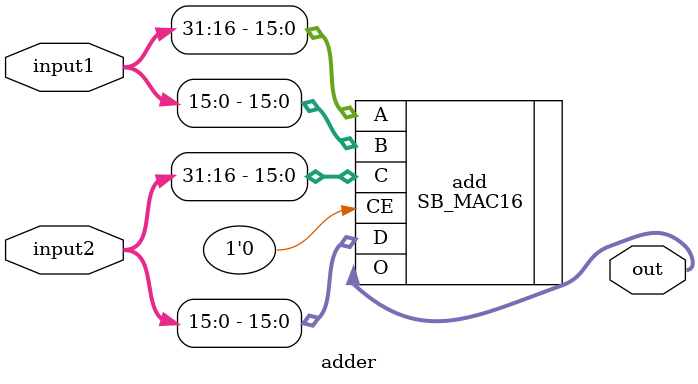
<source format=v>
/*
	Authored 2018-2019, Ryan Voo.

	All rights reserved.
	Redistribution and use in source and binary forms, with or without
	modification, are permitted provided that the following conditions
	are met:

	*	Redistributions of source code must retain the above
		copyright notice, this list of conditions and the following
		disclaimer.

	*	Redistributions in binary form must reproduce the above
		copyright notice, this list of conditions and the following
		disclaimer in the documentation and/or other materials
		provided with the distribution.

	*	Neither the name of the author nor the names of its
		contributors may be used to endorse or promote products
		derived from this software without specific prior written
		permission.

	THIS SOFTWARE IS PROVIDED BY THE COPYRIGHT HOLDERS AND CONTRIBUTORS
	"AS IS" AND ANY EXPRESS OR IMPLIED WARRANTIES, INCLUDING, BUT NOT
	LIMITED TO, THE IMPLIED WARRANTIES OF MERCHANTABILITY AND FITNESS
	FOR A PARTICULAR PURPOSE ARE DISCLAIMED. IN NO EVENT SHALL THE
	COPYRIGHT OWNER OR CONTRIBUTORS BE LIABLE FOR ANY DIRECT, INDIRECT,
	INCIDENTAL, SPECIAL, EXEMPLARY, OR CONSEQUENTIAL DAMAGES (INCLUDING,
	BUT NOT LIMITED TO, PROCUREMENT OF SUBSTITUTE GOODS OR SERVICES;
	LOSS OF USE, DATA, OR PROFITS; OR BUSINESS INTERRUPTION) HOWEVER
	CAUSED AND ON ANY THEORY OF LIABILITY, WHETHER IN CONTRACT, STRICT
	LIABILITY, OR TORT (INCLUDING NEGLIGENCE OR OTHERWISE) ARISING IN
	ANY WAY OUT OF THE USE OF THIS SOFTWARE, EVEN IF ADVISED OF THE
	POSSIBILITY OF SUCH DAMAGE.
*/



/*
 *	Description:
 *
 *		This module implements an adder for use by the branch unit
 *		and program counter increment among other things.
 */



module adder(input1, input2, out);
	input [31:0]		input1;
	input [31:0]		input2;
	output [31:0]	        out;

	// Initiate the SB_MAC16 primitive to instantiate the DSP module with
	// standard input/output definitions making it a combinational
	// circuit.
	SB_MAC16 add(
		// Split the inputs in half so that the lower parts are added
		// together and upper as well. Then use the carry to conduct
		// the whole operations. 
		.A(input1[31:16]),
		.B(input1[15:0]),
		.C(input2[31:16]),
		.D(input2[15:0]),

		// Turn off the clock so that the circuit is comibnational. 
		.CE(1'b0),

		// Connect the output.
		.O(out)
	);

	// Make the adders add the uppoer and lower parts of numbers.
	defparam add.TOPADDSUB_UPPERINPUT = 1'b1;
        defparam add.BOTADDSUB_UPPERINPUT = 1'b1;

	// Pass the carry from the lower to the upper summation.
	defparam add.TOPADDSUB_CARRYSELECT = 2'b10;	
endmodule

</source>
